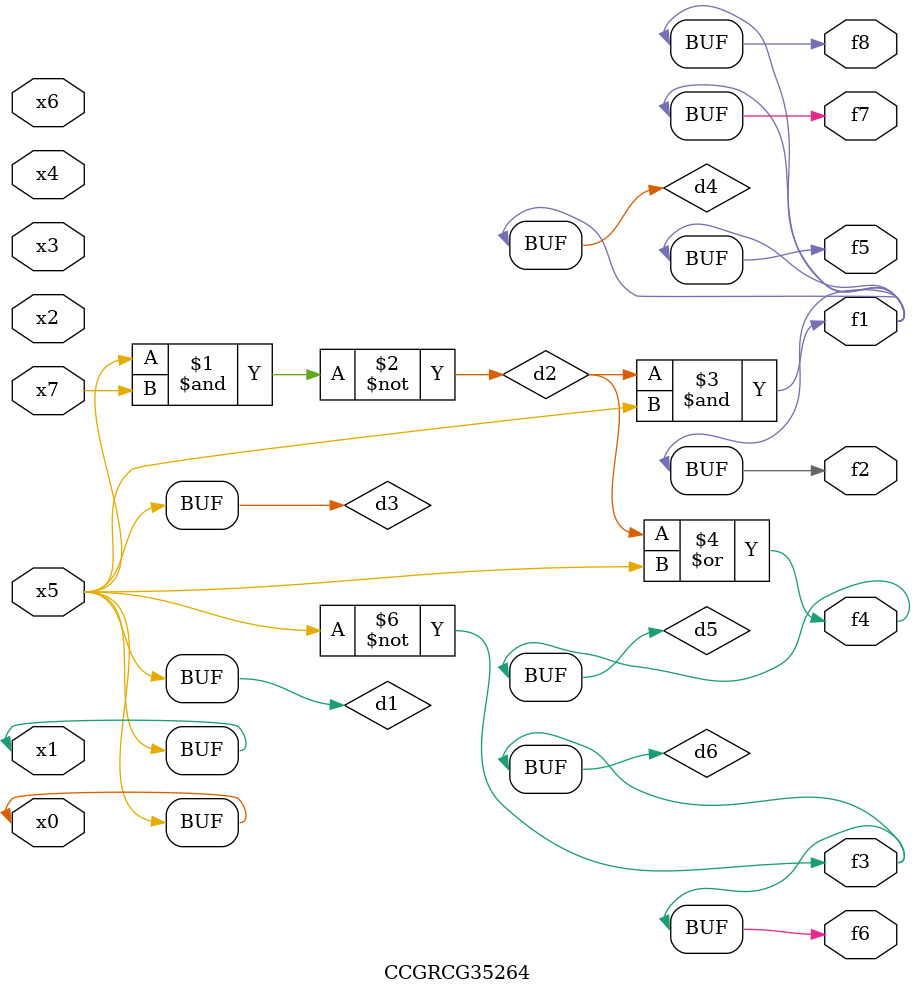
<source format=v>
module CCGRCG35264(
	input x0, x1, x2, x3, x4, x5, x6, x7,
	output f1, f2, f3, f4, f5, f6, f7, f8
);

	wire d1, d2, d3, d4, d5, d6;

	buf (d1, x0, x5);
	nand (d2, x5, x7);
	buf (d3, x0, x1);
	and (d4, d2, d3);
	or (d5, d2, d3);
	nor (d6, d1, d3);
	assign f1 = d4;
	assign f2 = d4;
	assign f3 = d6;
	assign f4 = d5;
	assign f5 = d4;
	assign f6 = d6;
	assign f7 = d4;
	assign f8 = d4;
endmodule

</source>
